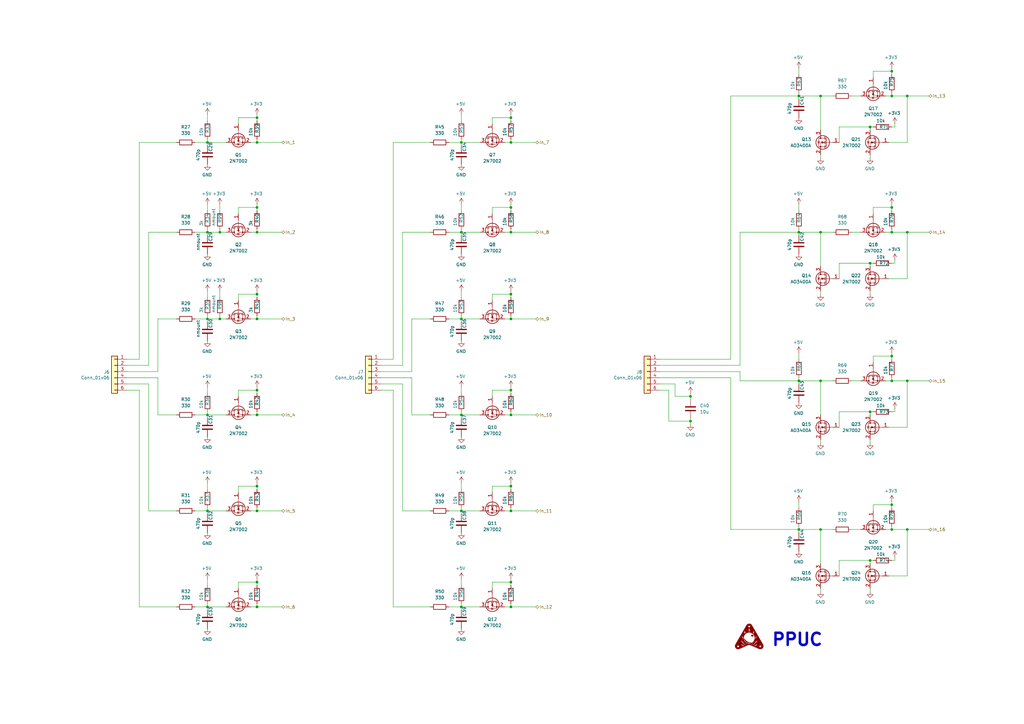
<source format=kicad_sch>
(kicad_sch (version 20211123) (generator eeschema)
  (paper "A3")
  (title_block (title "Inputs, Low Power Outputs") (date "2022-12-11") (rev "0.1"))
  (junction (at 105.41 170.18))
  (junction (at 356.87 229.87))
  (junction (at 209.55 58.42))
  (junction (at 336.55 95.25))
  (junction (at 356.87 107.95))
  (junction (at 336.55 39.37))
  (junction (at 209.55 248.92))
  (junction (at 189.23 95.25))
  (junction (at 209.55 120.65))
  (junction (at 372.11 39.37))
  (junction (at 90.17 95.25))
  (junction (at 105.41 120.65))
  (junction (at 85.09 248.92))
  (junction (at 85.09 130.81))
  (junction (at 327.66 95.25))
  (junction (at 105.41 199.39))
  (junction (at 209.55 130.81))
  (junction (at 372.11 217.17))
  (junction (at 336.55 156.21))
  (junction (at 365.76 207.01))
  (junction (at 105.41 160.02))
  (junction (at 189.23 209.55))
  (junction (at 105.41 248.92))
  (junction (at 189.23 130.81))
  (junction (at 209.55 238.76))
  (junction (at 356.87 168.91))
  (junction (at 372.11 95.25))
  (junction (at 105.41 85.09))
  (junction (at 336.55 217.17))
  (junction (at 85.09 170.18))
  (junction (at 365.76 29.21))
  (junction (at 372.11 156.21))
  (junction (at 365.76 39.37))
  (junction (at 209.55 85.09))
  (junction (at 105.41 95.25))
  (junction (at 365.76 156.21))
  (junction (at 189.23 248.92))
  (junction (at 85.09 95.25))
  (junction (at 327.66 156.21))
  (junction (at 85.09 209.55))
  (junction (at 105.41 58.42))
  (junction (at 365.76 217.17))
  (junction (at 327.66 217.17))
  (junction (at 105.41 130.81))
  (junction (at 283.21 172.72))
  (junction (at 365.76 85.09))
  (junction (at 209.55 170.18))
  (junction (at 209.55 160.02))
  (junction (at 85.09 58.42))
  (junction (at 365.76 146.05))
  (junction (at 105.41 48.26))
  (junction (at 365.76 95.25))
  (junction (at 90.17 130.81))
  (junction (at 189.23 170.18))
  (junction (at 283.21 162.56))
  (junction (at 209.55 209.55))
  (junction (at 209.55 48.26))
  (junction (at 105.41 209.55))
  (junction (at 105.41 238.76))
  (junction (at 356.87 52.07))
  (junction (at 327.66 39.37))
  (junction (at 209.55 95.25))
  (junction (at 189.23 58.42))
  (junction (at 209.55 199.39))
  (wire (pts (xy 189.23 129.54) (xy 189.23 130.81)))
  (wire (pts (xy 189.23 57.15) (xy 189.23 58.42)))
  (wire (pts (xy 303.53 95.25) (xy 303.53 149.86)))
  (wire (pts (xy 189.23 58.42) (xy 196.85 58.42)))
  (wire (pts (xy 327.66 95.25) (xy 336.55 95.25)))
  (wire (pts (xy 336.55 39.37) (xy 336.55 53.34)))
  (wire (pts (xy 344.17 168.91) (xy 344.17 175.26)))
  (wire (pts (xy 184.15 170.18) (xy 189.23 170.18)))
  (wire (pts (xy 344.17 52.07) (xy 344.17 58.42)))
  (wire (pts (xy 327.66 217.17) (xy 336.55 217.17)))
  (wire (pts (xy 365.76 52.07) (xy 367.03 52.07)))
  (wire (pts (xy 64.77 152.4) (xy 52.07 152.4)))
  (wire (pts (xy 336.55 241.3) (xy 336.55 242.57)))
  (wire (pts (xy 209.55 46.99) (xy 209.55 48.26)))
  (wire (pts (xy 105.41 158.75) (xy 105.41 160.02)))
  (wire (pts (xy 303.53 152.4) (xy 270.51 152.4)))
  (wire (pts (xy 356.87 168.91) (xy 356.87 170.18)))
  (wire (pts (xy 209.55 208.28) (xy 209.55 209.55)))
  (wire (pts (xy 356.87 107.95) (xy 356.87 109.22)))
  (wire (pts (xy 80.01 209.55) (xy 85.09 209.55)))
  (wire (pts (xy 168.91 154.94) (xy 156.21 154.94)))
  (wire (pts (xy 336.55 95.25) (xy 336.55 109.22)))
  (wire (pts (xy 189.23 168.91) (xy 189.23 170.18)))
  (wire (pts (xy 85.09 250.19) (xy 85.09 248.92)))
  (wire (pts (xy 303.53 95.25) (xy 327.66 95.25)))
  (wire (pts (xy 64.77 170.18) (xy 64.77 154.94)))
  (wire (pts (xy 85.09 57.15) (xy 85.09 58.42)))
  (wire (pts (xy 365.76 154.94) (xy 365.76 156.21)))
  (wire (pts (xy 105.41 247.65) (xy 105.41 248.92)))
  (wire (pts (xy 165.1 149.86) (xy 156.21 149.86)))
  (wire (pts (xy 356.87 52.07) (xy 356.87 53.34)))
  (wire (pts (xy 349.25 95.25) (xy 353.06 95.25)))
  (wire (pts (xy 209.55 58.42) (xy 219.71 58.42)))
  (wire (pts (xy 85.09 168.91) (xy 85.09 170.18)))
  (wire (pts (xy 105.41 168.91) (xy 105.41 170.18)))
  (wire (pts (xy 57.15 58.42) (xy 72.39 58.42)))
  (wire (pts (xy 168.91 170.18) (xy 168.91 154.94)))
  (wire (pts (xy 283.21 171.45) (xy 283.21 172.72)))
  (wire (pts (xy 299.72 147.32) (xy 270.51 147.32)))
  (wire (pts (xy 365.76 207.01) (xy 365.76 208.28)))
  (wire (pts (xy 189.23 170.18) (xy 196.85 170.18)))
  (wire (pts (xy 189.23 250.19) (xy 189.23 248.92)))
  (wire (pts (xy 365.76 95.25) (xy 372.11 95.25)))
  (wire (pts (xy 299.72 39.37) (xy 327.66 39.37)))
  (wire (pts (xy 209.55 129.54) (xy 209.55 130.81)))
  (wire (pts (xy 372.11 217.17) (xy 372.11 236.22)))
  (wire (pts (xy 365.76 107.95) (xy 367.03 107.95)))
  (wire (pts (xy 97.79 238.76) (xy 105.41 238.76)))
  (wire (pts (xy 209.55 209.55) (xy 219.71 209.55)))
  (wire (pts (xy 336.55 63.5) (xy 336.55 64.77)))
  (wire (pts (xy 105.41 57.15) (xy 105.41 58.42)))
  (wire (pts (xy 90.17 119.38) (xy 90.17 121.92)))
  (wire (pts (xy 209.55 130.81) (xy 219.71 130.81)))
  (wire (pts (xy 356.87 229.87) (xy 344.17 229.87)))
  (wire (pts (xy 209.55 238.76) (xy 209.55 240.03)))
  (wire (pts (xy 64.77 130.81) (xy 64.77 152.4)))
  (wire (pts (xy 60.96 149.86) (xy 52.07 149.86)))
  (wire (pts (xy 201.93 123.19) (xy 201.93 120.65)))
  (wire (pts (xy 80.01 58.42) (xy 85.09 58.42)))
  (wire (pts (xy 189.23 46.99) (xy 189.23 49.53)))
  (wire (pts (xy 209.55 48.26) (xy 209.55 49.53)))
  (wire (pts (xy 97.79 87.63) (xy 97.79 85.09)))
  (wire (pts (xy 189.23 247.65) (xy 189.23 248.92)))
  (wire (pts (xy 97.79 85.09) (xy 105.41 85.09)))
  (wire (pts (xy 356.87 119.38) (xy 356.87 120.65)))
  (wire (pts (xy 372.11 156.21) (xy 381 156.21)))
  (wire (pts (xy 189.23 83.82) (xy 189.23 86.36)))
  (wire (pts (xy 344.17 229.87) (xy 344.17 236.22)))
  (wire (pts (xy 327.66 38.1) (xy 327.66 39.37)))
  (wire (pts (xy 336.55 180.34) (xy 336.55 181.61)))
  (wire (pts (xy 349.25 217.17) (xy 353.06 217.17)))
  (wire (pts (xy 209.55 209.55) (xy 207.01 209.55)))
  (wire (pts (xy 367.03 229.87) (xy 367.03 228.6)))
  (wire (pts (xy 365.76 205.74) (xy 365.76 207.01)))
  (wire (pts (xy 367.03 168.91) (xy 367.03 167.64)))
  (wire (pts (xy 105.41 160.02) (xy 105.41 161.29)))
  (wire (pts (xy 97.79 120.65) (xy 105.41 120.65)))
  (wire (pts (xy 60.96 157.48) (xy 52.07 157.48)))
  (wire (pts (xy 365.76 95.25) (xy 363.22 95.25)))
  (wire (pts (xy 365.76 83.82) (xy 365.76 85.09)))
  (wire (pts (xy 209.55 93.98) (xy 209.55 95.25)))
  (wire (pts (xy 105.41 170.18) (xy 115.57 170.18)))
  (wire (pts (xy 358.14 207.01) (xy 365.76 207.01)))
  (wire (pts (xy 209.55 237.49) (xy 209.55 238.76)))
  (wire (pts (xy 283.21 161.29) (xy 283.21 162.56)))
  (wire (pts (xy 57.15 248.92) (xy 72.39 248.92)))
  (wire (pts (xy 358.14 29.21) (xy 365.76 29.21)))
  (wire (pts (xy 168.91 130.81) (xy 168.91 152.4)))
  (wire (pts (xy 365.76 215.9) (xy 365.76 217.17)))
  (wire (pts (xy 184.15 209.55) (xy 189.23 209.55)))
  (wire (pts (xy 184.15 130.81) (xy 189.23 130.81)))
  (wire (pts (xy 64.77 130.81) (xy 72.39 130.81)))
  (wire (pts (xy 97.79 241.3) (xy 97.79 238.76)))
  (wire (pts (xy 85.09 83.82) (xy 85.09 86.36)))
  (wire (pts (xy 201.93 85.09) (xy 209.55 85.09)))
  (wire (pts (xy 105.41 209.55) (xy 102.87 209.55)))
  (wire (pts (xy 105.41 120.65) (xy 105.41 121.92)))
  (wire (pts (xy 303.53 156.21) (xy 303.53 152.4)))
  (wire (pts (xy 365.76 144.78) (xy 365.76 146.05)))
  (wire (pts (xy 201.93 160.02) (xy 209.55 160.02)))
  (wire (pts (xy 189.23 95.25) (xy 196.85 95.25)))
  (wire (pts (xy 209.55 57.15) (xy 209.55 58.42)))
  (wire (pts (xy 97.79 199.39) (xy 105.41 199.39)))
  (wire (pts (xy 105.41 95.25) (xy 102.87 95.25)))
  (wire (pts (xy 201.93 120.65) (xy 209.55 120.65)))
  (wire (pts (xy 356.87 241.3) (xy 356.87 242.57)))
  (wire (pts (xy 365.76 93.98) (xy 365.76 95.25)))
  (wire (pts (xy 97.79 123.19) (xy 97.79 120.65)))
  (wire (pts (xy 97.79 160.02) (xy 105.41 160.02)))
  (wire (pts (xy 189.23 130.81) (xy 196.85 130.81)))
  (wire (pts (xy 336.55 39.37) (xy 341.63 39.37)))
  (wire (pts (xy 356.87 63.5) (xy 356.87 64.77)))
  (wire (pts (xy 358.14 87.63) (xy 358.14 85.09)))
  (wire (pts (xy 90.17 129.54) (xy 90.17 130.81)))
  (wire (pts (xy 209.55 198.12) (xy 209.55 199.39)))
  (wire (pts (xy 372.11 95.25) (xy 381 95.25)))
  (wire (pts (xy 367.03 107.95) (xy 367.03 106.68)))
  (wire (pts (xy 168.91 170.18) (xy 176.53 170.18)))
  (wire (pts (xy 372.11 156.21) (xy 372.11 175.26)))
  (wire (pts (xy 201.93 238.76) (xy 209.55 238.76)))
  (wire (pts (xy 189.23 248.92) (xy 196.85 248.92)))
  (wire (pts (xy 85.09 198.12) (xy 85.09 200.66)))
  (wire (pts (xy 276.86 162.56) (xy 283.21 162.56)))
  (wire (pts (xy 97.79 48.26) (xy 105.41 48.26)))
  (wire (pts (xy 365.76 38.1) (xy 365.76 39.37)))
  (wire (pts (xy 165.1 157.48) (xy 156.21 157.48)))
  (wire (pts (xy 365.76 156.21) (xy 372.11 156.21)))
  (wire (pts (xy 60.96 209.55) (xy 72.39 209.55)))
  (wire (pts (xy 85.09 95.25) (xy 90.17 95.25)))
  (wire (pts (xy 161.29 248.92) (xy 161.29 160.02)))
  (wire (pts (xy 90.17 93.98) (xy 90.17 95.25)))
  (wire (pts (xy 105.41 130.81) (xy 102.87 130.81)))
  (wire (pts (xy 209.55 85.09) (xy 209.55 86.36)))
  (wire (pts (xy 90.17 130.81) (xy 92.71 130.81)))
  (wire (pts (xy 85.09 132.08) (xy 85.09 130.81)))
  (wire (pts (xy 365.76 29.21) (xy 365.76 30.48)))
  (wire (pts (xy 64.77 154.94) (xy 52.07 154.94)))
  (wire (pts (xy 209.55 58.42) (xy 207.01 58.42)))
  (wire (pts (xy 60.96 209.55) (xy 60.96 157.48)))
  (wire (pts (xy 105.41 119.38) (xy 105.41 120.65)))
  (wire (pts (xy 336.55 119.38) (xy 336.55 120.65)))
  (wire (pts (xy 85.09 58.42) (xy 92.71 58.42)))
  (wire (pts (xy 105.41 248.92) (xy 102.87 248.92)))
  (wire (pts (xy 201.93 87.63) (xy 201.93 85.09)))
  (wire (pts (xy 80.01 95.25) (xy 85.09 95.25)))
  (wire (pts (xy 274.32 160.02) (xy 270.51 160.02)))
  (wire (pts (xy 209.55 130.81) (xy 207.01 130.81)))
  (wire (pts (xy 209.55 95.25) (xy 207.01 95.25)))
  (wire (pts (xy 85.09 171.45) (xy 85.09 170.18)))
  (wire (pts (xy 364.49 175.26) (xy 372.11 175.26)))
  (wire (pts (xy 365.76 217.17) (xy 363.22 217.17)))
  (wire (pts (xy 105.41 46.99) (xy 105.41 48.26)))
  (wire (pts (xy 365.76 39.37) (xy 363.22 39.37)))
  (wire (pts (xy 365.76 168.91) (xy 367.03 168.91)))
  (wire (pts (xy 283.21 172.72) (xy 283.21 173.99)))
  (wire (pts (xy 299.72 217.17) (xy 299.72 154.94)))
  (wire (pts (xy 336.55 95.25) (xy 341.63 95.25)))
  (wire (pts (xy 57.15 58.42) (xy 57.15 147.32)))
  (wire (pts (xy 105.41 130.81) (xy 115.57 130.81)))
  (wire (pts (xy 189.23 208.28) (xy 189.23 209.55)))
  (wire (pts (xy 168.91 130.81) (xy 176.53 130.81)))
  (wire (pts (xy 344.17 107.95) (xy 344.17 114.3)))
  (wire (pts (xy 327.66 205.74) (xy 327.66 208.28)))
  (wire (pts (xy 105.41 93.98) (xy 105.41 95.25)))
  (wire (pts (xy 327.66 144.78) (xy 327.66 147.32)))
  (wire (pts (xy 184.15 58.42) (xy 189.23 58.42)))
  (wire (pts (xy 165.1 209.55) (xy 165.1 157.48)))
  (wire (pts (xy 299.72 217.17) (xy 327.66 217.17)))
  (wire (pts (xy 303.53 156.21) (xy 327.66 156.21)))
  (wire (pts (xy 299.72 39.37) (xy 299.72 147.32)))
  (wire (pts (xy 85.09 130.81) (xy 90.17 130.81)))
  (wire (pts (xy 165.1 95.25) (xy 176.53 95.25)))
  (wire (pts (xy 184.15 95.25) (xy 189.23 95.25)))
  (wire (pts (xy 358.14 52.07) (xy 356.87 52.07)))
  (wire (pts (xy 327.66 218.44) (xy 327.66 217.17)))
  (wire (pts (xy 189.23 198.12) (xy 189.23 200.66)))
  (wire (pts (xy 189.23 132.08) (xy 189.23 130.81)))
  (wire (pts (xy 270.51 157.48) (xy 276.86 157.48)))
  (wire (pts (xy 85.09 96.52) (xy 85.09 95.25)))
  (wire (pts (xy 90.17 95.25) (xy 92.71 95.25)))
  (wire (pts (xy 209.55 199.39) (xy 209.55 200.66)))
  (wire (pts (xy 161.29 160.02) (xy 156.21 160.02)))
  (wire (pts (xy 57.15 160.02) (xy 52.07 160.02)))
  (wire (pts (xy 105.41 237.49) (xy 105.41 238.76)))
  (wire (pts (xy 189.23 209.55) (xy 196.85 209.55)))
  (wire (pts (xy 189.23 237.49) (xy 189.23 240.03)))
  (wire (pts (xy 209.55 248.92) (xy 207.01 248.92)))
  (wire (pts (xy 358.14 148.59) (xy 358.14 146.05)))
  (wire (pts (xy 327.66 96.52) (xy 327.66 95.25)))
  (wire (pts (xy 364.49 58.42) (xy 372.11 58.42)))
  (wire (pts (xy 356.87 180.34) (xy 356.87 181.61)))
  (wire (pts (xy 60.96 95.25) (xy 60.96 149.86)))
  (wire (pts (xy 358.14 229.87) (xy 356.87 229.87)))
  (wire (pts (xy 349.25 156.21) (xy 353.06 156.21)))
  (wire (pts (xy 283.21 162.56) (xy 283.21 163.83)))
  (wire (pts (xy 105.41 58.42) (xy 102.87 58.42)))
  (wire (pts (xy 209.55 95.25) (xy 219.71 95.25)))
  (wire (pts (xy 85.09 119.38) (xy 85.09 121.92)))
  (wire (pts (xy 327.66 27.94) (xy 327.66 30.48)))
  (wire (pts (xy 165.1 95.25) (xy 165.1 149.86)))
  (wire (pts (xy 201.93 201.93) (xy 201.93 199.39)))
  (wire (pts (xy 161.29 58.42) (xy 161.29 147.32)))
  (wire (pts (xy 283.21 172.72) (xy 274.32 172.72)))
  (wire (pts (xy 358.14 168.91) (xy 356.87 168.91)))
  (wire (pts (xy 209.55 248.92) (xy 219.71 248.92)))
  (wire (pts (xy 201.93 162.56) (xy 201.93 160.02)))
  (wire (pts (xy 209.55 247.65) (xy 209.55 248.92)))
  (wire (pts (xy 105.41 198.12) (xy 105.41 199.39)))
  (wire (pts (xy 209.55 83.82) (xy 209.55 85.09)))
  (wire (pts (xy 327.66 39.37) (xy 336.55 39.37)))
  (wire (pts (xy 327.66 40.64) (xy 327.66 39.37)))
  (wire (pts (xy 85.09 59.69) (xy 85.09 58.42)))
  (wire (pts (xy 364.49 236.22) (xy 372.11 236.22)))
  (wire (pts (xy 90.17 83.82) (xy 90.17 86.36)))
  (wire (pts (xy 97.79 162.56) (xy 97.79 160.02)))
  (wire (pts (xy 274.32 172.72) (xy 274.32 160.02)))
  (wire (pts (xy 327.66 156.21) (xy 336.55 156.21)))
  (wire (pts (xy 80.01 130.81) (xy 85.09 130.81)))
  (wire (pts (xy 303.53 149.86) (xy 270.51 149.86)))
  (wire (pts (xy 209.55 158.75) (xy 209.55 160.02)))
  (wire (pts (xy 189.23 59.69) (xy 189.23 58.42)))
  (wire (pts (xy 57.15 147.32) (xy 52.07 147.32)))
  (wire (pts (xy 161.29 58.42) (xy 176.53 58.42)))
  (wire (pts (xy 105.41 170.18) (xy 102.87 170.18)))
  (wire (pts (xy 105.41 238.76) (xy 105.41 240.03)))
  (wire (pts (xy 276.86 157.48) (xy 276.86 162.56)))
  (wire (pts (xy 358.14 85.09) (xy 365.76 85.09)))
  (wire (pts (xy 327.66 93.98) (xy 327.66 95.25)))
  (wire (pts (xy 336.55 217.17) (xy 341.63 217.17)))
  (wire (pts (xy 201.93 50.8) (xy 201.93 48.26)))
  (wire (pts (xy 57.15 248.92) (xy 57.15 160.02)))
  (wire (pts (xy 189.23 171.45) (xy 189.23 170.18)))
  (wire (pts (xy 105.41 48.26) (xy 105.41 49.53)))
  (wire (pts (xy 85.09 129.54) (xy 85.09 130.81)))
  (wire (pts (xy 372.11 95.25) (xy 372.11 114.3)))
  (wire (pts (xy 209.55 119.38) (xy 209.55 120.65)))
  (wire (pts (xy 356.87 229.87) (xy 356.87 231.14)))
  (wire (pts (xy 105.41 95.25) (xy 115.57 95.25)))
  (wire (pts (xy 349.25 39.37) (xy 353.06 39.37)))
  (wire (pts (xy 365.76 156.21) (xy 363.22 156.21)))
  (wire (pts (xy 80.01 248.92) (xy 85.09 248.92)))
  (wire (pts (xy 356.87 168.91) (xy 344.17 168.91)))
  (wire (pts (xy 356.87 52.07) (xy 344.17 52.07)))
  (wire (pts (xy 209.55 170.18) (xy 207.01 170.18)))
  (wire (pts (xy 201.93 199.39) (xy 209.55 199.39)))
  (wire (pts (xy 85.09 248.92) (xy 92.71 248.92)))
  (wire (pts (xy 201.93 241.3) (xy 201.93 238.76)))
  (wire (pts (xy 365.76 85.09) (xy 365.76 86.36)))
  (wire (pts (xy 372.11 39.37) (xy 381 39.37)))
  (wire (pts (xy 105.41 85.09) (xy 105.41 86.36)))
  (wire (pts (xy 105.41 83.82) (xy 105.41 85.09)))
  (wire (pts (xy 209.55 160.02) (xy 209.55 161.29)))
  (wire (pts (xy 85.09 210.82) (xy 85.09 209.55)))
  (wire (pts (xy 365.76 229.87) (xy 367.03 229.87)))
  (wire (pts (xy 161.29 248.92) (xy 176.53 248.92)))
  (wire (pts (xy 336.55 217.17) (xy 336.55 231.14)))
  (wire (pts (xy 372.11 39.37) (xy 372.11 58.42)))
  (wire (pts (xy 358.14 107.95) (xy 356.87 107.95)))
  (wire (pts (xy 189.23 96.52) (xy 189.23 95.25)))
  (wire (pts (xy 372.11 217.17) (xy 381 217.17)))
  (wire (pts (xy 189.23 210.82) (xy 189.23 209.55)))
  (wire (pts (xy 105.41 129.54) (xy 105.41 130.81)))
  (wire (pts (xy 165.1 209.55) (xy 176.53 209.55)))
  (wire (pts (xy 161.29 147.32) (xy 156.21 147.32)))
  (wire (pts (xy 97.79 50.8) (xy 97.79 48.26)))
  (wire (pts (xy 105.41 58.42) (xy 115.57 58.42)))
  (wire (pts (xy 358.14 31.75) (xy 358.14 29.21)))
  (wire (pts (xy 85.09 209.55) (xy 92.71 209.55)))
  (wire (pts (xy 365.76 39.37) (xy 372.11 39.37)))
  (wire (pts (xy 189.23 119.38) (xy 189.23 121.92)))
  (wire (pts (xy 327.66 157.48) (xy 327.66 156.21)))
  (wire (pts (xy 209.55 168.91) (xy 209.55 170.18)))
  (wire (pts (xy 85.09 93.98) (xy 85.09 95.25)))
  (wire (pts (xy 209.55 170.18) (xy 219.71 170.18)))
  (wire (pts (xy 85.09 158.75) (xy 85.09 161.29)))
  (wire (pts (xy 105.41 199.39) (xy 105.41 200.66)))
  (wire (pts (xy 358.14 146.05) (xy 365.76 146.05)))
  (wire (pts (xy 336.55 156.21) (xy 341.63 156.21)))
  (wire (pts (xy 356.87 107.95) (xy 344.17 107.95)))
  (wire (pts (xy 209.55 120.65) (xy 209.55 121.92)))
  (wire (pts (xy 60.96 95.25) (xy 72.39 95.25)))
  (wire (pts (xy 85.09 237.49) (xy 85.09 240.03)))
  (wire (pts (xy 189.23 93.98) (xy 189.23 95.25)))
  (wire (pts (xy 80.01 170.18) (xy 85.09 170.18)))
  (wire (pts (xy 327.66 215.9) (xy 327.66 217.17)))
  (wire (pts (xy 184.15 248.92) (xy 189.23 248.92)))
  (wire (pts (xy 64.77 170.18) (xy 72.39 170.18)))
  (wire (pts (xy 327.66 83.82) (xy 327.66 86.36)))
  (wire (pts (xy 365.76 217.17) (xy 372.11 217.17)))
  (wire (pts (xy 105.41 248.92) (xy 115.57 248.92)))
  (wire (pts (xy 168.91 152.4) (xy 156.21 152.4)))
  (wire (pts (xy 97.79 201.93) (xy 97.79 199.39)))
  (wire (pts (xy 336.55 156.21) (xy 336.55 170.18)))
  (wire (pts (xy 365.76 27.94) (xy 365.76 29.21)))
  (wire (pts (xy 85.09 46.99) (xy 85.09 49.53)))
  (wire (pts (xy 105.41 208.28) (xy 105.41 209.55)))
  (wire (pts (xy 299.72 154.94) (xy 270.51 154.94)))
  (wire (pts (xy 85.09 208.28) (xy 85.09 209.55)))
  (wire (pts (xy 367.03 52.07) (xy 367.03 50.8)))
  (wire (pts (xy 105.41 209.55) (xy 115.57 209.55)))
  (wire (pts (xy 365.76 146.05) (xy 365.76 147.32)))
  (wire (pts (xy 201.93 48.26) (xy 209.55 48.26)))
  (wire (pts (xy 327.66 154.94) (xy 327.66 156.21)))
  (wire (pts (xy 358.14 209.55) (xy 358.14 207.01)))
  (wire (pts (xy 189.23 158.75) (xy 189.23 161.29)))
  (wire (pts (xy 85.09 170.18) (xy 92.71 170.18)))
  (wire (pts (xy 85.09 247.65) (xy 85.09 248.92)))
  (wire (pts (xy 364.49 114.3) (xy 372.11 114.3)))
  (text "PPUC" (at 316.23 265.43 0) (effects (font (size 5 5) bold) (justify left bottom)))
  (hierarchical_label "In_15" (shape bidirectional) (at 381 156.21 0))
  (hierarchical_label "In_3" (shape bidirectional) (at 115.57 130.81 0))
  (hierarchical_label "In_16" (shape bidirectional) (at 381 217.17 0))
  (hierarchical_label "In_12" (shape bidirectional) (at 219.71 248.92 0))
  (hierarchical_label "In_11" (shape bidirectional) (at 219.71 209.55 0))
  (hierarchical_label "In_1" (shape bidirectional) (at 115.57 58.42 0))
  (hierarchical_label "In_4" (shape bidirectional) (at 115.57 170.18 0))
  (hierarchical_label "In_7" (shape bidirectional) (at 219.71 58.42 0))
  (hierarchical_label "In_14" (shape bidirectional) (at 381 95.25 0))
  (hierarchical_label "In_9" (shape bidirectional) (at 219.71 130.81 0))
  (hierarchical_label "In_6" (shape bidirectional) (at 115.57 248.92 0))
  (hierarchical_label "In_13" (shape bidirectional) (at 381 39.37 0))
  (hierarchical_label "In_5" (shape bidirectional) (at 115.57 209.55 0))
  (hierarchical_label "In_10" (shape bidirectional) (at 219.71 170.18 0))
  (hierarchical_label "In_8" (shape bidirectional) (at 219.71 95.25 0))
  (hierarchical_label "In_2" (shape bidirectional) (at 115.57 95.25 0))
  (symbol (lib_id "power:+5V") (at 327.66 144.78 0) (mirror y) (unit 1)
    (property "Reference" "#PWR0175" (effects hide))
    (property "Value" "+5V" (at 327.279 140.3858 0))
  )
  (symbol (lib_id "Device:C") (at 327.66 44.45 0) (mirror y) (unit 1)
    (property "Reference" "C41" (at 328.93 43.18 90) (effects (justify left)))
    (property "Value" "470p" (at 323.85 46.99 90) (effects (justify left)))
    (property "Footprint" "Capacitor_SMD:C_0603_1608Metric" (effects hide))
  )
  (symbol (lib_id "Device:C") (at 189.23 135.89 0) (mirror y) (unit 1)
    (property "Reference" "C36" (at 190.5 134.62 90) (effects (justify left)))
    (property "Value" "470p" (at 185.42 138.43 90) (effects (justify left)))
    (property "Footprint" "Capacitor_SMD:C_0603_1608Metric" (effects hide))
  )
  (symbol (lib_id "power:GND") (at 85.09 139.7 0) (mirror y) (unit 1)
    (property "Reference" "#PWR0197" (effects hide))
    (property "Value" "GND" (at 84.963 144.0942 0))
  )
  (symbol (lib_id "Transistor_FET:2N7002") (at 201.93 207.01 90) (mirror x) (unit 1)
    (property "Reference" "Q11" (at 201.93 214.63 90))
    (property "Value" "2N7002" (at 201.93 217.17 90))
    (property "Footprint" "Package_TO_SOT_SMD:SOT-23" (effects hide))
    (property "Datasheet" "https://www.onsemi.com/pub/Collateral/NDS7002A-D.PDF" (effects hide))
  )
  (symbol (lib_id "power:GND") (at 356.87 242.57 0) (mirror y) (unit 1)
    (property "Reference" "#PWR0181" (effects hide))
    (property "Value" "GND" (at 356.743 246.9642 0))
  )
  (symbol (lib_id "Connector_Generic:Conn_01x06") (at 151.13 152.4 0) (mirror y) (unit 1)
    (property "Reference" "J7" (at 149.098 152.6032 0) (effects (justify left)))
    (property "Value" "Conn_01x06" (at 149.098 154.9146 0) (effects (justify left)))
    (property "Footprint" "RTMPin_CAE:Terminal_Block_RTMPin" (effects hide))
  )
  (symbol (lib_id "Device:C") (at 283.21 167.64 0) (unit 1)
    (property "Reference" "C40" (at 287.02 166.3699 0) (effects (justify left)))
    (property "Value" "10u" (at 287.02 168.9099 0) (effects (justify left)))
    (property "Footprint" "Capacitor_SMD:C_0603_1608Metric" (effects hide))
  )
  (symbol (lib_id "Device:R") (at 209.55 204.47 0) (mirror y) (unit 1)
    (property "Reference" "R61" (at 209.55 205.74 90) (effects (justify left)))
    (property "Value" "10k" (at 207.01 207.01 90) (effects (justify left)))
    (property "Footprint" "Resistor_SMD:R_0603_1608Metric" (effects hide))
  )
  (symbol (lib_id "power:GND") (at 327.66 104.14 0) (mirror y) (unit 1)
    (property "Reference" "#PWR0173" (effects hide))
    (property "Value" "GND" (at 327.533 108.5342 0))
  )
  (symbol (lib_id "Device:R") (at 105.41 125.73 0) (mirror y) (unit 1)
    (property "Reference" "R41" (at 105.41 127 90) (effects (justify left)))
    (property "Value" "3k" (at 102.87 128.27 90) (effects (justify left)))
    (property "Footprint" "Resistor_SMD:R_0603_1608Metric" (effects hide))
  )
  (symbol (lib_id "Device:R") (at 209.55 53.34 0) (mirror y) (unit 1)
    (property "Reference" "R57" (at 209.55 54.61 90) (effects (justify left)))
    (property "Value" "10k" (at 207.01 55.88 90) (effects (justify left)))
    (property "Footprint" "Resistor_SMD:R_0603_1608Metric" (effects hide))
  )
  (symbol (lib_id "power:+5V") (at 85.09 237.49 0) (mirror y) (unit 1)
    (property "Reference" "#PWR0154" (effects hide))
    (property "Value" "+5V" (at 84.709 233.0958 0))
  )
  (symbol (lib_id "power:+3V3") (at 365.76 83.82 0) (mirror y) (unit 1)
    (property "Reference" "#PWR0191" (effects hide))
    (property "Value" "+3V3" (at 365.379 79.4258 0))
  )
  (symbol (lib_id "power:GND") (at 189.23 139.7 0) (mirror y) (unit 1)
    (property "Reference" "#PWR0206" (effects hide))
    (property "Value" "GND" (at 189.103 144.0942 0))
  )
  (symbol (lib_id "power:+3V3") (at 209.55 158.75 0) (mirror y) (unit 1)
    (property "Reference" "#PWR0165" (effects hide))
    (property "Value" "+3V3" (at 209.169 154.3558 0))
  )
  (symbol (lib_id "power:+5V") (at 327.66 27.94 0) (mirror y) (unit 1)
    (property "Reference" "#PWR0187" (effects hide))
    (property "Value" "+5V" (at 327.279 23.5458 0))
  )
  (symbol (lib_id "Device:R") (at 189.23 243.84 0) (mirror y) (unit 1)
    (property "Reference" "R56" (at 189.23 245.11 90) (effects (justify left)))
    (property "Value" "10k" (at 186.69 246.38 90) (effects (justify left)))
    (property "Footprint" "Resistor_SMD:R_0603_1608Metric" (effects hide))
  )
  (symbol (lib_id "power:+5V") (at 85.09 198.12 0) (mirror y) (unit 1)
    (property "Reference" "#PWR0170" (effects hide))
    (property "Value" "+5V" (at 84.709 193.7258 0))
  )
  (symbol (lib_id "Device:R") (at 90.17 125.73 0) (mirror y) (unit 1) (in_bom no)
    (property "Reference" "R98" (at 90.17 127 90) (effects (justify left)))
    (property "Value" "nmount" (at 87.63 128.27 90) (effects (justify left)))
    (property "Footprint" "Resistor_SMD:R_0603_1608Metric" (effects hide))
  )
  (symbol (lib_id "Transistor_FET:2N7002") (at 358.14 214.63 90) (mirror x) (unit 1)
    (property "Reference" "Q20" (at 358.14 222.25 90))
    (property "Value" "2N7002" (at 358.14 224.79 90))
    (property "Footprint" "Package_TO_SOT_SMD:SOT-23" (effects hide))
    (property "Datasheet" "https://www.onsemi.com/pub/Collateral/NDS7002A-D.PDF" (effects hide))
  )
  (symbol (lib_id "power:GND") (at 85.09 257.81 0) (mirror y) (unit 1)
    (property "Reference" "#PWR0153" (effects hide))
    (property "Value" "GND" (at 84.963 262.2042 0))
  )
  (symbol (lib_id "power:GND") (at 189.23 179.07 0) (mirror y) (unit 1)
    (property "Reference" "#PWR0164" (effects hide))
    (property "Value" "GND" (at 189.103 183.4642 0))
  )
  (symbol (lib_id "power:GND") (at 189.23 257.81 0) (mirror y) (unit 1)
    (property "Reference" "#PWR0158" (effects hide))
    (property "Value" "GND" (at 189.103 262.2042 0))
  )
  (symbol (lib_id "power:GND") (at 336.55 181.61 0) (mirror y) (unit 1)
    (property "Reference" "#PWR0196" (effects hide))
    (property "Value" "GND" (at 336.423 186.0042 0))
  )
  (symbol (lib_id "Device:R") (at 90.17 90.17 0) (mirror y) (unit 1) (in_bom no)
    (property "Reference" "R99" (at 90.17 91.44 90) (effects (justify left)))
    (property "Value" "nmount" (at 87.63 92.71 90) (effects (justify left)))
    (property "Footprint" "Resistor_SMD:R_0603_1608Metric" (effects hide))
  )
  (symbol (lib_id "Transistor_FET:2N7002") (at 97.79 246.38 90) (mirror x) (unit 1)
    (property "Reference" "Q6" (at 97.79 254 90))
    (property "Value" "2N7002" (at 97.79 256.54 90))
    (property "Footprint" "Package_TO_SOT_SMD:SOT-23" (effects hide))
    (property "Datasheet" "https://www.onsemi.com/pub/Collateral/NDS7002A-D.PDF" (effects hide))
  )
  (symbol (lib_id "power:+3V3") (at 365.76 27.94 0) (mirror y) (unit 1)
    (property "Reference" "#PWR0189" (effects hide))
    (property "Value" "+3V3" (at 365.379 23.5458 0))
  )
  (symbol (lib_id "power:+5V") (at 189.23 46.99 0) (mirror y) (unit 1)
    (property "Reference" "#PWR0205" (effects hide))
    (property "Value" "+5V" (at 188.849 42.5958 0))
  )
  (symbol (lib_id "Transistor_FET:2N7002") (at 201.93 246.38 90) (mirror x) (unit 1)
    (property "Reference" "Q12" (at 201.93 254 90))
    (property "Value" "2N7002" (at 201.93 256.54 90))
    (property "Footprint" "Package_TO_SOT_SMD:SOT-23" (effects hide))
    (property "Datasheet" "https://www.onsemi.com/pub/Collateral/NDS7002A-D.PDF" (effects hide))
  )
  (symbol (lib_id "Device:R") (at 76.2 58.42 90) (unit 1)
    (property "Reference" "R27" (at 76.2 52.07 90))
    (property "Value" "330" (at 76.2 54.61 90))
    (property "Footprint" "Resistor_SMD:R_0603_1608Metric" (effects hide))
  )
  (symbol (lib_id "Device:R") (at 180.34 95.25 90) (unit 1)
    (property "Reference" "R46" (at 180.34 88.9 90))
    (property "Value" "330" (at 180.34 91.44 90))
    (property "Footprint" "Resistor_SMD:R_0603_1608Metric" (effects hide))
  )
  (symbol (lib_id "power:+3V3") (at 105.41 158.75 0) (mirror y) (unit 1)
    (property "Reference" "#PWR0167" (effects hide))
    (property "Value" "+3V3" (at 105.029 154.3558 0))
  )
  (symbol (lib_id "Device:R") (at 85.09 243.84 0) (mirror y) (unit 1)
    (property "Reference" "R38" (at 85.09 245.11 90) (effects (justify left)))
    (property "Value" "10k" (at 82.55 246.38 90) (effects (justify left)))
    (property "Footprint" "Resistor_SMD:R_0603_1608Metric" (effects hide))
  )
  (symbol (lib_id "power:GND") (at 356.87 120.65 0) (mirror y) (unit 1)
    (property "Reference" "#PWR0171" (effects hide))
    (property "Value" "GND" (at 356.743 125.0442 0))
  )
  (symbol (lib_id "Transistor_FET:2N7002") (at 359.41 175.26 0) (mirror y) (unit 1)
    (property "Reference" "Q23" (at 353.06 173.9899 0) (effects (justify left)))
    (property "Value" "2N7002" (at 353.06 176.5299 0) (effects (justify left)))
    (property "Footprint" "Package_TO_SOT_SMD:SOT-23" (effects hide))
    (property "Datasheet" "https://www.onsemi.com/pub/Collateral/NDS7002A-D.PDF" (effects hide))
  )
  (symbol (lib_id "Device:R") (at 189.23 165.1 0) (mirror y) (unit 1)
    (property "Reference" "R54" (at 189.23 166.37 90) (effects (justify left)))
    (property "Value" "10k" (at 186.69 167.64 90) (effects (justify left)))
    (property "Footprint" "Resistor_SMD:R_0603_1608Metric" (effects hide))
  )
  (symbol (lib_id "power:+3V3") (at 209.55 237.49 0) (mirror y) (unit 1)
    (property "Reference" "#PWR0157" (effects hide))
    (property "Value" "+3V3" (at 209.169 233.0958 0))
  )
  (symbol (lib_id "power:GND") (at 85.09 218.44 0) (mirror y) (unit 1)
    (property "Reference" "#PWR0155" (effects hide))
    (property "Value" "GND" (at 84.963 222.8342 0))
  )
  (symbol (lib_id "Device:R") (at 365.76 151.13 0) (mirror y) (unit 1)
    (property "Reference" "R77" (at 365.76 152.4 90) (effects (justify left)))
    (property "Value" "10k" (at 363.22 153.67 90) (effects (justify left)))
    (property "Footprint" "Resistor_SMD:R_0603_1608Metric" (effects hide))
  )
  (symbol (lib_id "power:+5V") (at 189.23 237.49 0) (mirror y) (unit 1)
    (property "Reference" "#PWR0159" (effects hide))
    (property "Value" "+5V" (at 188.849 233.0958 0))
  )
  (symbol (lib_id "Device:R") (at 76.2 95.25 90) (unit 1)
    (property "Reference" "R28" (at 76.2 88.9 90))
    (property "Value" "330" (at 76.2 91.44 90))
    (property "Footprint" "Resistor_SMD:R_0603_1608Metric" (effects hide))
  )
  (symbol (lib_id "Transistor_FET:2N7002") (at 359.41 58.42 0) (mirror y) (unit 1)
    (property "Reference" "Q21" (at 353.06 57.1499 0) (effects (justify left)))
    (property "Value" "2N7002" (at 353.06 59.6899 0) (effects (justify left)))
    (property "Footprint" "Package_TO_SOT_SMD:SOT-23" (effects hide))
    (property "Datasheet" "https://www.onsemi.com/pub/Collateral/NDS7002A-D.PDF" (effects hide))
  )
  (symbol (lib_id "power:+5V") (at 85.09 119.38 0) (mirror y) (unit 1)
    (property "Reference" "#PWR0200" (effects hide))
    (property "Value" "+5V" (at 84.709 114.9858 0))
  )
  (symbol (lib_id "power:+3V3") (at 367.03 50.8 0) (mirror y) (unit 1)
    (property "Reference" "#PWR0188" (effects hide))
    (property "Value" "+3V3" (at 366.649 46.4058 0))
  )
  (symbol (lib_id "Device:C") (at 189.23 100.33 0) (mirror y) (unit 1)
    (property "Reference" "C35" (at 190.5 99.06 90) (effects (justify left)))
    (property "Value" "470p" (at 185.42 102.87 90) (effects (justify left)))
    (property "Footprint" "Capacitor_SMD:C_0603_1608Metric" (effects hide))
  )
  (symbol (lib_id "Device:R") (at 361.95 52.07 270) (mirror x) (unit 1)
    (property "Reference" "R71" (at 360.68 52.07 90) (effects (justify left)))
    (property "Value" "10k" (at 359.41 49.53 90) (effects (justify left)))
    (property "Footprint" "Resistor_SMD:R_0603_1608Metric" (effects hide))
  )
  (symbol (lib_id "Device:R") (at 345.44 217.17 90) (unit 1)
    (property "Reference" "R70" (at 345.44 210.82 90))
    (property "Value" "330" (at 345.44 213.36 90))
    (property "Footprint" "Resistor_SMD:R_0603_1608Metric" (effects hide))
  )
  (symbol (lib_id "Transistor_FET:AO3400A") (at 339.09 236.22 0) (mirror y) (unit 1)
    (property "Reference" "Q16" (at 332.74 234.9499 0) (effects (justify left)))
    (property "Value" "AO3400A" (at 332.74 237.4899 0) (effects (justify left)))
    (property "Footprint" "Package_TO_SOT_SMD:SOT-23" (effects hide))
    (property "Datasheet" "http://www.aosmd.com/pdfs/datasheet/AO3400A.pdf" (effects hide))
  )
  (symbol (lib_id "Device:R") (at 209.55 125.73 0) (mirror y) (unit 1)
    (property "Reference" "R59" (at 209.55 127 90) (effects (justify left)))
    (property "Value" "10k" (at 207.01 128.27 90) (effects (justify left)))
    (property "Footprint" "Resistor_SMD:R_0603_1608Metric" (effects hide))
  )
  (symbol (lib_id "power:+3V3") (at 209.55 198.12 0) (mirror y) (unit 1)
    (property "Reference" "#PWR0161" (effects hide))
    (property "Value" "+3V3" (at 209.169 193.7258 0))
  )
  (symbol (lib_id "power:GND") (at 189.23 218.44 0) (mirror y) (unit 1)
    (property "Reference" "#PWR0160" (effects hide))
    (property "Value" "GND" (at 189.103 222.8342 0))
  )
  (symbol (lib_id "Device:R") (at 85.09 165.1 0) (mirror y) (unit 1)
    (property "Reference" "R36" (at 85.09 166.37 90) (effects (justify left)))
    (property "Value" "10k" (at 82.55 167.64 90) (effects (justify left)))
    (property "Footprint" "Resistor_SMD:R_0603_1608Metric" (effects hide))
  )
  (symbol (lib_id "power:+3V3") (at 105.41 46.99 0) (mirror y) (unit 1)
    (property "Reference" "#PWR0209" (effects hide))
    (property "Value" "+3V3" (at 105.029 42.5958 0))
  )
  (symbol (lib_id "power:GND") (at 327.66 226.06 0) (mirror y) (unit 1)
    (property "Reference" "#PWR0178" (effects hide))
    (property "Value" "GND" (at 327.533 230.4542 0))
  )
  (symbol (lib_id "Transistor_FET:2N7002") (at 358.14 36.83 90) (mirror x) (unit 1)
    (property "Reference" "Q17" (at 358.14 44.45 90))
    (property "Value" "2N7002" (at 358.14 46.99 90))
    (property "Footprint" "Package_TO_SOT_SMD:SOT-23" (effects hide))
    (property "Datasheet" "https://www.onsemi.com/pub/Collateral/NDS7002A-D.PDF" (effects hide))
  )
  (symbol (lib_id "Device:C") (at 189.23 214.63 0) (mirror y) (unit 1)
    (property "Reference" "C38" (at 190.5 213.36 90) (effects (justify left)))
    (property "Value" "470p" (at 185.42 217.17 90) (effects (justify left)))
    (property "Footprint" "Capacitor_SMD:C_0603_1608Metric" (effects hide))
  )
  (symbol (lib_id "power:+3V3") (at 367.03 167.64 0) (mirror y) (unit 1)
    (property "Reference" "#PWR0195" (effects hide))
    (property "Value" "+3V3" (at 366.649 163.2458 0))
  )
  (symbol (lib_id "Device:R") (at 180.34 248.92 90) (unit 1)
    (property "Reference" "R50" (at 180.34 242.57 90))
    (property "Value" "330" (at 180.34 245.11 90))
    (property "Footprint" "Resistor_SMD:R_0603_1608Metric" (effects hide))
  )
  (symbol (lib_id "Device:R") (at 85.09 90.17 0) (mirror y) (unit 1)
    (property "Reference" "R34" (at 85.09 91.44 90) (effects (justify left)))
    (property "Value" "3k" (at 82.55 92.71 90) (effects (justify left)))
    (property "Footprint" "Resistor_SMD:R_0603_1608Metric" (effects hide))
  )
  (symbol (lib_id "Device:R") (at 189.23 53.34 0) (mirror y) (unit 1)
    (property "Reference" "R51" (at 189.23 54.61 90) (effects (justify left)))
    (property "Value" "10k" (at 186.69 55.88 90) (effects (justify left)))
    (property "Footprint" "Resistor_SMD:R_0603_1608Metric" (effects hide))
  )
  (symbol (lib_id "power:+5V") (at 327.66 83.82 0) (mirror y) (unit 1)
    (property "Reference" "#PWR0176" (effects hide))
    (property "Value" "+5V" (at 327.279 79.4258 0))
  )
  (symbol (lib_id "power:+5V") (at 189.23 158.75 0) (mirror y) (unit 1)
    (property "Reference" "#PWR0162" (effects hide))
    (property "Value" "+5V" (at 188.849 154.3558 0))
  )
  (symbol (lib_id "Device:R") (at 189.23 90.17 0) (mirror y) (unit 1)
    (property "Reference" "R52" (at 189.23 91.44 90) (effects (justify left)))
    (property "Value" "10k" (at 186.69 92.71 90) (effects (justify left)))
    (property "Footprint" "Resistor_SMD:R_0603_1608Metric" (effects hide))
  )
  (symbol (lib_id "Device:C") (at 85.09 100.33 0) (mirror y) (unit 1) (in_bom no)
    (property "Reference" "C29" (at 86.36 99.06 90) (effects (justify left)))
    (property "Value" "nmount" (at 81.28 102.87 90) (effects (justify left)))
    (property "Footprint" "Capacitor_SMD:C_0603_1608Metric" (effects hide))
  )
  (symbol (lib_id "power:+3V3") (at 209.55 119.38 0) (mirror y) (unit 1)
    (property "Reference" "#PWR0213" (effects hide))
    (property "Value" "+3V3" (at 209.169 114.9858 0))
  )
  (symbol (lib_id "Device:R") (at 327.66 34.29 0) (mirror y) (unit 1)
    (property "Reference" "R63" (at 327.66 35.56 90) (effects (justify left)))
    (property "Value" "10k" (at 325.12 36.83 90) (effects (justify left)))
    (property "Footprint" "Resistor_SMD:R_0603_1608Metric" (effects hide))
  )
  (symbol (lib_id "Connector_Generic:Conn_01x06") (at 265.43 152.4 0) (mirror y) (unit 1)
    (property "Reference" "J8" (at 263.398 152.6032 0) (effects (justify left)))
    (property "Value" "Conn_01x06" (at 263.398 154.9146 0) (effects (justify left)))
    (property "Footprint" "RTMPin_CAE:Terminal_Block_RTMPin" (effects hide))
  )
  (symbol (lib_id "power:+3V3") (at 105.41 83.82 0) (mirror y) (unit 1)
    (property "Reference" "#PWR0210" (effects hide))
    (property "Value" "+3V3" (at 105.029 79.4258 0))
  )
  (symbol (lib_id "Device:C") (at 327.66 161.29 0) (mirror y) (unit 1)
    (property "Reference" "C43" (at 328.93 160.02 90) (effects (justify left)))
    (property "Value" "470p" (at 323.85 163.83 90) (effects (justify left)))
    (property "Footprint" "Capacitor_SMD:C_0603_1608Metric" (effects hide))
  )
  (symbol (lib_id "Device:C") (at 85.09 63.5 0) (mirror y) (unit 1)
    (property "Reference" "C28" (at 86.36 62.23 90) (effects (justify left)))
    (property "Value" "470p" (at 81.28 66.04 90) (effects (justify left)))
    (property "Footprint" "Capacitor_SMD:C_0603_1608Metric" (effects hide))
  )
  (symbol (lib_id "power:+5V") (at 85.09 46.99 0) (mirror y) (unit 1)
    (property "Reference" "#PWR0207" (effects hide))
    (property "Value" "+5V" (at 84.709 42.5958 0))
  )
  (symbol (lib_id "Transistor_FET:2N7002") (at 201.93 55.88 90) (mirror x) (unit 1)
    (property "Reference" "Q7" (at 201.93 63.5 90))
    (property "Value" "2N7002" (at 201.93 66.04 90))
    (property "Footprint" "Package_TO_SOT_SMD:SOT-23" (effects hide))
    (property "Datasheet" "https://www.onsemi.com/pub/Collateral/NDS7002A-D.PDF" (effects hide))
  )
  (symbol (lib_id "Transistor_FET:2N7002") (at 359.41 236.22 0) (mirror y) (unit 1)
    (property "Reference" "Q24" (at 353.06 234.9499 0) (effects (justify left)))
    (property "Value" "2N7002" (at 353.06 237.4899 0) (effects (justify left)))
    (property "Footprint" "Package_TO_SOT_SMD:SOT-23" (effects hide))
    (property "Datasheet" "https://www.onsemi.com/pub/Collateral/NDS7002A-D.PDF" (effects hide))
  )
  (symbol (lib_id "Transistor_FET:2N7002") (at 359.41 114.3 0) (mirror y) (unit 1)
    (property "Reference" "Q22" (at 353.06 113.0299 0) (effects (justify left)))
    (property "Value" "2N7002" (at 353.06 115.5699 0) (effects (justify left)))
    (property "Footprint" "Package_TO_SOT_SMD:SOT-23" (effects hide))
    (property "Datasheet" "https://www.onsemi.com/pub/Collateral/NDS7002A-D.PDF" (effects hide))
  )
  (symbol (lib_id "power:GND") (at 356.87 64.77 0) (mirror y) (unit 1)
    (property "Reference" "#PWR0192" (effects hide))
    (property "Value" "GND" (at 356.743 69.1642 0))
  )
  (symbol (lib_id "Transistor_FET:AO3400A") (at 339.09 114.3 0) (mirror y) (unit 1)
    (property "Reference" "Q14" (at 332.74 113.0299 0) (effects (justify left)))
    (property "Value" "AO3400A" (at 332.74 115.5699 0) (effects (justify left)))
    (property "Footprint" "Package_TO_SOT_SMD:SOT-23" (effects hide))
    (property "Datasheet" "http://www.aosmd.com/pdfs/datasheet/AO3400A.pdf" (effects hide))
  )
  (symbol (lib_id "Transistor_FET:2N7002") (at 201.93 167.64 90) (mirror x) (unit 1)
    (property "Reference" "Q10" (at 201.93 175.26 90))
    (property "Value" "2N7002" (at 201.93 177.8 90))
    (property "Footprint" "Package_TO_SOT_SMD:SOT-23" (effects hide))
    (property "Datasheet" "https://www.onsemi.com/pub/Collateral/NDS7002A-D.PDF" (effects hide))
  )
  (symbol (lib_id "power:GND") (at 85.09 67.31 0) (mirror y) (unit 1)
    (property "Reference" "#PWR0208" (effects hide))
    (property "Value" "GND" (at 84.963 71.7042 0))
  )
  (symbol (lib_id "Transistor_FET:2N7002") (at 97.79 92.71 90) (mirror x) (unit 1)
    (property "Reference" "Q2" (at 97.79 100.33 90))
    (property "Value" "2N7002" (at 97.79 102.87 90))
    (property "Footprint" "Package_TO_SOT_SMD:SOT-23" (effects hide))
    (property "Datasheet" "https://www.onsemi.com/pub/Collateral/NDS7002A-D.PDF" (effects hide))
  )
  (symbol (lib_id "Device:R") (at 105.41 165.1 0) (mirror y) (unit 1)
    (property "Reference" "R42" (at 105.41 166.37 90) (effects (justify left)))
    (property "Value" "10k" (at 102.87 167.64 90) (effects (justify left)))
    (property "Footprint" "Resistor_SMD:R_0603_1608Metric" (effects hide))
  )
  (symbol (lib_id "Device:R") (at 209.55 165.1 0) (mirror y) (unit 1)
    (property "Reference" "R60" (at 209.55 166.37 90) (effects (justify left)))
    (property "Value" "10k" (at 207.01 167.64 90) (effects (justify left)))
    (property "Footprint" "Resistor_SMD:R_0603_1608Metric" (effects hide))
  )
  (symbol (lib_id "Device:R") (at 365.76 34.29 0) (mirror y) (unit 1)
    (property "Reference" "R75" (at 365.76 35.56 90) (effects (justify left)))
    (property "Value" "10k" (at 363.22 36.83 90) (effects (justify left)))
    (property "Footprint" "Resistor_SMD:R_0603_1608Metric" (effects hide))
  )
  (symbol (lib_id "Device:R") (at 180.34 58.42 90) (unit 1)
    (property "Reference" "R45" (at 180.34 52.07 90))
    (property "Value" "330" (at 180.34 54.61 90))
    (property "Footprint" "Resistor_SMD:R_0603_1608Metric" (effects hide))
  )
  (symbol (lib_id "power:+5V") (at 85.09 83.82 0) (mirror y) (unit 1)
    (property "Reference" "#PWR0211" (effects hide))
    (property "Value" "+5V" (at 84.709 79.4258 0))
  )
  (symbol (lib_id "Device:R") (at 105.41 204.47 0) (mirror y) (unit 1)
    (property "Reference" "R43" (at 105.41 205.74 90) (effects (justify left)))
    (property "Value" "10k" (at 102.87 207.01 90) (effects (justify left)))
    (property "Footprint" "Resistor_SMD:R_0603_1608Metric" (effects hide))
  )
  (symbol (lib_id "power:GND") (at 336.55 242.57 0) (mirror y) (unit 1)
    (property "Reference" "#PWR0179" (effects hide))
    (property "Value" "GND" (at 336.423 246.9642 0))
  )
  (symbol (lib_id "Device:C") (at 189.23 175.26 0) (mirror y) (unit 1)
    (property "Reference" "C37" (at 190.5 173.99 90) (effects (justify left)))
    (property "Value" "470p" (at 185.42 177.8 90) (effects (justify left)))
    (property "Footprint" "Capacitor_SMD:C_0603_1608Metric" (effects hide))
  )
  (symbol (lib_id "Device:R") (at 189.23 125.73 0) (mirror y) (unit 1)
    (property "Reference" "R53" (at 189.23 127 90) (effects (justify left)))
    (property "Value" "10k" (at 186.69 128.27 90) (effects (justify left)))
    (property "Footprint" "Resistor_SMD:R_0603_1608Metric" (effects hide))
  )
  (symbol (lib_id "Transistor_FET:AO3400A") (at 339.09 58.42 0) (mirror y) (unit 1)
    (property "Reference" "Q13" (at 332.74 57.1499 0) (effects (justify left)))
    (property "Value" "AO3400A" (at 332.74 59.6899 0) (effects (justify left)))
    (property "Footprint" "Package_TO_SOT_SMD:SOT-23" (effects hide))
    (property "Datasheet" "http://www.aosmd.com/pdfs/datasheet/AO3400A.pdf" (effects hide))
  )
  (symbol (lib_id "Device:R") (at 327.66 151.13 0) (mirror y) (unit 1)
    (property "Reference" "R65" (at 327.66 152.4 90) (effects (justify left)))
    (property "Value" "10k" (at 325.12 153.67 90) (effects (justify left)))
    (property "Footprint" "Resistor_SMD:R_0603_1608Metric" (effects hide))
  )
  (symbol (lib_id "Transistor_FET:2N7002") (at 201.93 128.27 90) (mirror x) (unit 1)
    (property "Reference" "Q9" (at 201.93 135.89 90))
    (property "Value" "2N7002" (at 201.93 138.43 90))
    (property "Footprint" "Package_TO_SOT_SMD:SOT-23" (effects hide))
    (property "Datasheet" "https://www.onsemi.com/pub/Collateral/NDS7002A-D.PDF" (effects hide))
  )
  (symbol (lib_id "Device:R") (at 105.41 90.17 0) (mirror y) (unit 1)
    (property "Reference" "R40" (at 105.41 91.44 90) (effects (justify left)))
    (property "Value" "3k" (at 102.87 92.71 90) (effects (justify left)))
    (property "Footprint" "Resistor_SMD:R_0603_1608Metric" (effects hide))
  )
  (symbol (lib_id "Device:R") (at 365.76 90.17 0) (mirror y) (unit 1)
    (property "Reference" "R76" (at 365.76 91.44 90) (effects (justify left)))
    (property "Value" "10k" (at 363.22 92.71 90) (effects (justify left)))
    (property "Footprint" "Resistor_SMD:R_0603_1608Metric" (effects hide))
  )
  (symbol (lib_id "Device:R") (at 105.41 53.34 0) (mirror y) (unit 1)
    (property "Reference" "R39" (at 105.41 54.61 90) (effects (justify left)))
    (property "Value" "10k" (at 102.87 55.88 90) (effects (justify left)))
    (property "Footprint" "Resistor_SMD:R_0603_1608Metric" (effects hide))
  )
  (symbol (lib_id "Device:R") (at 76.2 209.55 90) (unit 1)
    (property "Reference" "R31" (at 76.2 203.2 90))
    (property "Value" "330" (at 76.2 205.74 90))
    (property "Footprint" "Resistor_SMD:R_0603_1608Metric" (effects hide))
  )
  (symbol (lib_id "Device:R") (at 189.23 204.47 0) (mirror y) (unit 1)
    (property "Reference" "R55" (at 189.23 205.74 90) (effects (justify left)))
    (property "Value" "10k" (at 186.69 207.01 90) (effects (justify left)))
    (property "Footprint" "Resistor_SMD:R_0603_1608Metric" (effects hide))
  )
  (symbol (lib_id "Device:R") (at 209.55 90.17 0) (mirror y) (unit 1)
    (property "Reference" "R58" (at 209.55 91.44 90) (effects (justify left)))
    (property "Value" "10k" (at 207.01 92.71 90) (effects (justify left)))
    (property "Footprint" "Resistor_SMD:R_0603_1608Metric" (effects hide))
  )
  (symbol (lib_id "Device:R") (at 327.66 212.09 0) (mirror y) (unit 1)
    (property "Reference" "R66" (at 327.66 213.36 90) (effects (justify left)))
    (property "Value" "10k" (at 325.12 214.63 90) (effects (justify left)))
    (property "Footprint" "Resistor_SMD:R_0603_1608Metric" (effects hide))
  )
  (symbol (lib_id "Device:R") (at 361.95 168.91 270) (mirror x) (unit 1)
    (property "Reference" "R73" (at 360.68 168.91 90) (effects (justify left)))
    (property "Value" "10k" (at 359.41 166.37 90) (effects (justify left)))
    (property "Footprint" "Resistor_SMD:R_0603_1608Metric" (effects hide))
  )
  (symbol (lib_id "Device:R") (at 180.34 130.81 90) (unit 1)
    (property "Reference" "R47" (at 180.34 124.46 90))
    (property "Value" "330" (at 180.34 127 90))
    (property "Footprint" "Resistor_SMD:R_0603_1608Metric" (effects hide))
  )
  (symbol (lib_id "Device:R") (at 345.44 156.21 90) (unit 1)
    (property "Reference" "R69" (at 345.44 149.86 90))
    (property "Value" "330" (at 345.44 152.4 90))
    (property "Footprint" "Resistor_SMD:R_0603_1608Metric" (effects hide))
  )
  (symbol (lib_id "power:+3V3") (at 105.41 237.49 0) (mirror y) (unit 1)
    (property "Reference" "#PWR0156" (effects hide))
    (property "Value" "+3V3" (at 105.029 233.0958 0))
  )
  (symbol (lib_id "Device:R") (at 361.95 107.95 270) (mirror x) (unit 1)
    (property "Reference" "R72" (at 360.68 107.95 90) (effects (justify left)))
    (property "Value" "10k" (at 359.41 105.41 90) (effects (justify left)))
    (property "Footprint" "Resistor_SMD:R_0603_1608Metric" (effects hide))
  )
  (symbol (lib_id "Transistor_FET:2N7002") (at 97.79 167.64 90) (mirror x) (unit 1)
    (property "Reference" "Q4" (at 97.79 175.26 90))
    (property "Value" "2N7002" (at 97.79 177.8 90))
    (property "Footprint" "Package_TO_SOT_SMD:SOT-23" (effects hide))
    (property "Datasheet" "https://www.onsemi.com/pub/Collateral/NDS7002A-D.PDF" (effects hide))
  )
  (symbol (lib_id "Connector_Generic:Conn_01x06") (at 46.99 152.4 0) (mirror y) (unit 1)
    (property "Reference" "J6" (at 44.958 152.6032 0) (effects (justify left)))
    (property "Value" "Conn_01x06" (at 44.958 154.9146 0) (effects (justify left)))
    (property "Footprint" "RTMPin_CAE:Terminal_Block_RTMPin" (effects hide))
  )
  (symbol (lib_id "power:GND") (at 336.55 120.65 0) (mirror y) (unit 1)
    (property "Reference" "#PWR0174" (effects hide))
    (property "Value" "GND" (at 336.423 125.0442 0))
  )
  (symbol (lib_id "power:+3V3") (at 367.03 106.68 0) (mirror y) (unit 1)
    (property "Reference" "#PWR0190" (effects hide))
    (property "Value" "+3V3" (at 366.649 102.2858 0))
  )
  (symbol (lib_id "power:GND") (at 189.23 67.31 0) (mirror y) (unit 1)
    (property "Reference" "#PWR0202" (effects hide))
    (property "Value" "GND" (at 189.103 71.7042 0))
  )
  (symbol (lib_id "Device:R") (at 105.41 243.84 0) (mirror y) (unit 1)
    (property "Reference" "R44" (at 105.41 245.11 90) (effects (justify left)))
    (property "Value" "10k" (at 102.87 246.38 90) (effects (justify left)))
    (property "Footprint" "Resistor_SMD:R_0603_1608Metric" (effects hide))
  )
  (symbol (lib_id "power:+3V3") (at 209.55 83.82 0) (mirror y) (unit 1)
    (property "Reference" "#PWR0201" (effects hide))
    (property "Value" "+3V3" (at 209.169 79.4258 0))
  )
  (symbol (lib_id "Device:R") (at 365.76 212.09 0) (mirror y) (unit 1)
    (property "Reference" "R78" (at 365.76 213.36 90) (effects (justify left)))
    (property "Value" "10k" (at 363.22 214.63 90) (effects (justify left)))
    (property "Footprint" "Resistor_SMD:R_0603_1608Metric" (effects hide))
  )
  (symbol (lib_id "power:+3V3") (at 105.41 119.38 0) (mirror y) (unit 1)
    (property "Reference" "#PWR0199" (effects hide))
    (property "Value" "+3V3" (at 105.029 114.9858 0))
  )
  (symbol (lib_id "Device:C") (at 85.09 214.63 0) (mirror y) (unit 1)
    (property "Reference" "C32" (at 86.36 213.36 90) (effects (justify left)))
    (property "Value" "470p" (at 81.28 217.17 90) (effects (justify left)))
    (property "Footprint" "Capacitor_SMD:C_0603_1608Metric" (effects hide))
  )
  (symbol (lib_id "power:+3V3") (at 365.76 144.78 0) (mirror y) (unit 1)
    (property "Reference" "#PWR0172" (effects hide))
    (property "Value" "+3V3" (at 365.379 140.3858 0))
  )
  (symbol (lib_id "Device:R") (at 76.2 130.81 90) (unit 1)
    (property "Reference" "R29" (at 76.2 124.46 90))
    (property "Value" "330" (at 76.2 127 90))
    (property "Footprint" "Resistor_SMD:R_0603_1608Metric" (effects hide))
  )
  (symbol (lib_id "power:+5V") (at 189.23 198.12 0) (mirror y) (unit 1)
    (property "Reference" "#PWR0163" (effects hide))
    (property "Value" "+5V" (at 188.849 193.7258 0))
  )
  (symbol (lib_id "power:+3V3") (at 367.03 228.6 0) (mirror y) (unit 1)
    (property "Reference" "#PWR0180" (effects hide))
    (property "Value" "+3V3" (at 366.649 224.2058 0))
  )
  (symbol (lib_id "Transistor_FET:2N7002") (at 358.14 92.71 90) (mirror x) (unit 1)
    (property "Reference" "Q18" (at 358.14 100.33 90))
    (property "Value" "2N7002" (at 358.14 102.87 90))
    (property "Footprint" "Package_TO_SOT_SMD:SOT-23" (effects hide))
    (property "Datasheet" "https://www.onsemi.com/pub/Collateral/NDS7002A-D.PDF" (effects hide))
  )
  (symbol (lib_id "power:GND") (at 85.09 104.14 0) (mirror y) (unit 1)
    (property "Reference" "#PWR0198" (effects hide))
    (property "Value" "GND" (at 84.963 108.5342 0))
  )
  (symbol (lib_id "Device:R") (at 85.09 204.47 0) (mirror y) (unit 1)
    (property "Reference" "R37" (at 85.09 205.74 90) (effects (justify left)))
    (property "Value" "10k" (at 82.55 207.01 90) (effects (justify left)))
    (property "Footprint" "Resistor_SMD:R_0603_1608Metric" (effects hide))
  )
  (symbol (lib_id "Device:R") (at 327.66 90.17 0) (mirror y) (unit 1)
    (property "Reference" "R64" (at 327.66 91.44 90) (effects (justify left)))
    (property "Value" "10k" (at 325.12 92.71 90) (effects (justify left)))
    (property "Footprint" "Resistor_SMD:R_0603_1608Metric" (effects hide))
  )
  (symbol (lib_id "power:+3V3") (at 90.17 83.82 0) (mirror y) (unit 1)
    (property "Reference" "#PWR04" (effects hide))
    (property "Value" "+3V3" (at 89.789 79.4258 0))
  )
  (symbol (lib_id "power:+5V") (at 85.09 158.75 0) (mirror y) (unit 1)
    (property "Reference" "#PWR0166" (effects hide))
    (property "Value" "+5V" (at 84.709 154.3558 0))
  )
  (symbol (lib_id "power:+3V3") (at 209.55 46.99 0) (mirror y) (unit 1)
    (property "Reference" "#PWR0204" (effects hide))
    (property "Value" "+3V3" (at 209.169 42.5958 0))
  )
  (symbol (lib_id "Device:R") (at 345.44 39.37 90) (unit 1)
    (property "Reference" "R67" (at 345.44 33.02 90))
    (property "Value" "330" (at 345.44 35.56 90))
    (property "Footprint" "Resistor_SMD:R_0603_1608Metric" (effects hide))
  )
  (symbol (lib_id "power:GND") (at 327.66 165.1 0) (mirror y) (unit 1)
    (property "Reference" "#PWR0183" (effects hide))
    (property "Value" "GND" (at 327.533 169.4942 0))
  )
  (symbol (lib_id "power:+3V3") (at 105.41 198.12 0) (mirror y) (unit 1)
    (property "Reference" "#PWR0168" (effects hide))
    (property "Value" "+3V3" (at 105.029 193.7258 0))
  )
  (symbol (lib_id "power:GND") (at 283.21 173.99 0) (mirror y) (unit 1)
    (property "Reference" "#PWR0185" (effects hide))
    (property "Value" "GND" (at 283.083 178.3842 0))
  )
  (symbol (lib_id "power:+3V3") (at 90.17 119.38 0) (mirror y) (unit 1)
    (property "Reference" "#PWR03" (effects hide))
    (property "Value" "+3V3" (at 89.789 114.9858 0))
  )
  (symbol (lib_id "power:GND") (at 85.09 179.07 0) (mirror y) (unit 1)
    (property "Reference" "#PWR0169" (effects hide))
    (property "Value" "GND" (at 84.963 183.4642 0))
  )
  (symbol (lib_id "power:+5V") (at 189.23 83.82 0) (mirror y) (unit 1)
    (property "Reference" "#PWR0203" (effects hide))
    (property "Value" "+5V" (at 188.849 79.4258 0))
  )
  (symbol (lib_id "power:+5V") (at 189.23 119.38 0) (mirror y) (unit 1)
    (property "Reference" "#PWR0212" (effects hide))
    (property "Value" "+5V" (at 188.849 114.9858 0))
  )
  (symbol (lib_id "power:GND") (at 327.66 48.26 0) (mirror y) (unit 1)
    (property "Reference" "#PWR0186" (effects hide))
    (property "Value" "GND" (at 327.533 52.6542 0))
  )
  (symbol (lib_id "power:+5V") (at 283.21 161.29 0) (mirror y) (unit 1)
    (property "Reference" "#PWR0182" (effects hide))
    (property "Value" "+5V" (at 282.829 156.8958 0))
  )
  (symbol (lib_id "Transistor_FET:2N7002") (at 97.79 128.27 90) (mirror x) (unit 1)
    (property "Reference" "Q3" (at 97.79 135.89 90))
    (property "Value" "2N7002" (at 97.79 138.43 90))
    (property "Footprint" "Package_TO_SOT_SMD:SOT-23" (effects hide))
    (property "Datasheet" "https://www.onsemi.com/pub/Collateral/NDS7002A-D.PDF" (effects hide))
  )
  (symbol (lib_id "Transistor_FET:2N7002") (at 97.79 55.88 90) (mirror x) (unit 1)
    (property "Reference" "Q1" (at 97.79 63.5 90))
    (property "Value" "2N7002" (at 97.79 66.04 90))
    (property "Footprint" "Package_TO_SOT_SMD:SOT-23" (effects hide))
    (property "Datasheet" "https://www.onsemi.com/pub/Collateral/NDS7002A-D.PDF" (effects hide))
  )
  (symbol (lib_id "Device:C") (at 85.09 135.89 0) (mirror y) (unit 1) (in_bom no)
    (property "Reference" "C30" (at 86.36 134.62 90) (effects (justify left)))
    (property "Value" "nmount" (at 81.28 138.43 90) (effects (justify left)))
    (property "Footprint" "Capacitor_SMD:C_0603_1608Metric" (effects hide))
  )
  (symbol (lib_id "Transistor_FET:AO3400A") (at 339.09 175.26 0) (mirror y) (unit 1)
    (property "Reference" "Q15" (at 332.74 173.9899 0) (effects (justify left)))
    (property "Value" "AO3400A" (at 332.74 176.5299 0) (effects (justify left)))
    (property "Footprint" "Package_TO_SOT_SMD:SOT-23" (effects hide))
    (property "Datasheet" "http://www.aosmd.com/pdfs/datasheet/AO3400A.pdf" (effects hide))
  )
  (symbol (lib_id "logo:LOGO") (at 307.34 261.62 0) (unit 1)
    (property "Reference" "#G2" (effects hide))
    (property "Value" "LOGO" (effects hide))
  )
  (symbol (lib_id "Device:R") (at 76.2 170.18 90) (unit 1)
    (property "Reference" "R30" (at 76.2 163.83 90))
    (property "Value" "330" (at 76.2 166.37 90))
    (property "Footprint" "Resistor_SMD:R_0603_1608Metric" (effects hide))
  )
  (symbol (lib_id "Device:C") (at 327.66 100.33 0) (mirror y) (unit 1)
    (property "Reference" "C42" (at 328.93 99.06 90) (effects (justify left)))
    (property "Value" "470p" (at 323.85 102.87 90) (effects (justify left)))
    (property "Footprint" "Capacitor_SMD:C_0603_1608Metric" (effects hide))
  )
  (symbol (lib_id "Device:R") (at 85.09 53.34 0) (mirror y) (unit 1)
    (property "Reference" "R33" (at 85.09 54.61 90) (effects (justify left)))
    (property "Value" "10k" (at 82.55 55.88 90) (effects (justify left)))
    (property "Footprint" "Resistor_SMD:R_0603_1608Metric" (effects hide))
  )
  (symbol (lib_id "Device:C") (at 327.66 222.25 0) (mirror y) (unit 1)
    (property "Reference" "C44" (at 328.93 220.98 90) (effects (justify left)))
    (property "Value" "470p" (at 323.85 224.79 90) (effects (justify left)))
    (property "Footprint" "Capacitor_SMD:C_0603_1608Metric" (effects hide))
  )
  (symbol (lib_id "power:GND") (at 336.55 64.77 0) (mirror y) (unit 1)
    (property "Reference" "#PWR0177" (effects hide))
    (property "Value" "GND" (at 336.423 69.1642 0))
  )
  (symbol (lib_id "Device:R") (at 180.34 209.55 90) (unit 1)
    (property "Reference" "R49" (at 180.34 203.2 90))
    (property "Value" "330" (at 180.34 205.74 90))
    (property "Footprint" "Resistor_SMD:R_0603_1608Metric" (effects hide))
  )
  (symbol (lib_id "Device:C") (at 189.23 63.5 0) (mirror y) (unit 1)
    (property "Reference" "C34" (at 190.5 62.23 90) (effects (justify left)))
    (property "Value" "470p" (at 185.42 66.04 90) (effects (justify left)))
    (property "Footprint" "Capacitor_SMD:C_0603_1608Metric" (effects hide))
  )
  (symbol (lib_id "Transistor_FET:2N7002") (at 358.14 153.67 90) (mirror x) (unit 1)
    (property "Reference" "Q19" (at 358.14 161.29 90))
    (property "Value" "2N7002" (at 358.14 163.83 90))
    (property "Footprint" "Package_TO_SOT_SMD:SOT-23" (effects hide))
    (property "Datasheet" "https://www.onsemi.com/pub/Collateral/NDS7002A-D.PDF" (effects hide))
  )
  (symbol (lib_id "Device:C") (at 85.09 175.26 0) (mirror y) (unit 1)
    (property "Reference" "C31" (at 86.36 173.99 90) (effects (justify left)))
    (property "Value" "470p" (at 81.28 177.8 90) (effects (justify left)))
    (property "Footprint" "Capacitor_SMD:C_0603_1608Metric" (effects hide))
  )
  (symbol (lib_id "Device:R") (at 180.34 170.18 90) (unit 1)
    (property "Reference" "R48" (at 180.34 163.83 90))
    (property "Value" "330" (at 180.34 166.37 90))
    (property "Footprint" "Resistor_SMD:R_0603_1608Metric" (effects hide))
  )
  (symbol (lib_id "power:GND") (at 356.87 181.61 0) (mirror y) (unit 1)
    (property "Reference" "#PWR0194" (effects hide))
    (property "Value" "GND" (at 356.743 186.0042 0))
  )
  (symbol (lib_id "Device:R") (at 76.2 248.92 90) (unit 1)
    (property "Reference" "R32" (at 76.2 242.57 90))
    (property "Value" "330" (at 76.2 245.11 90))
    (property "Footprint" "Resistor_SMD:R_0603_1608Metric" (effects hide))
  )
  (symbol (lib_id "Device:C") (at 189.23 254 0) (mirror y) (unit 1)
    (property "Reference" "C39" (at 190.5 252.73 90) (effects (justify left)))
    (property "Value" "470p" (at 185.42 256.54 90) (effects (justify left)))
    (property "Footprint" "Capacitor_SMD:C_0603_1608Metric" (effects hide))
  )
  (symbol (lib_id "Device:R") (at 85.09 125.73 0) (mirror y) (unit 1)
    (property "Reference" "R35" (at 85.09 127 90) (effects (justify left)))
    (property "Value" "3k" (at 82.55 128.27 90) (effects (justify left)))
    (property "Footprint" "Resistor_SMD:R_0603_1608Metric" (effects hide))
  )
  (symbol (lib_id "Device:R") (at 345.44 95.25 90) (unit 1)
    (property "Reference" "R68" (at 345.44 88.9 90))
    (property "Value" "330" (at 345.44 91.44 90))
    (property "Footprint" "Resistor_SMD:R_0603_1608Metric" (effects hide))
  )
  (symbol (lib_id "Device:R") (at 209.55 243.84 0) (mirror y) (unit 1)
    (property "Reference" "R62" (at 209.55 245.11 90) (effects (justify left)))
    (property "Value" "10k" (at 207.01 246.38 90) (effects (justify left)))
    (property "Footprint" "Resistor_SMD:R_0603_1608Metric" (effects hide))
  )
  (symbol (lib_id "Transistor_FET:2N7002") (at 201.93 92.71 90) (mirror x) (unit 1)
    (property "Reference" "Q8" (at 201.93 100.33 90))
    (property "Value" "2N7002" (at 201.93 102.87 90))
    (property "Footprint" "Package_TO_SOT_SMD:SOT-23" (effects hide))
    (property "Datasheet" "https://www.onsemi.com/pub/Collateral/NDS7002A-D.PDF" (effects hide))
  )
  (symbol (lib_id "Device:C") (at 85.09 254 0) (mirror y) (unit 1)
    (property "Reference" "C33" (at 86.36 252.73 90) (effects (justify left)))
    (property "Value" "470p" (at 81.28 256.54 90) (effects (justify left)))
    (property "Footprint" "Capacitor_SMD:C_0603_1608Metric" (effects hide))
  )
  (symbol (lib_id "Device:R") (at 361.95 229.87 270) (mirror x) (unit 1)
    (property "Reference" "R74" (at 360.68 229.87 90) (effects (justify left)))
    (property "Value" "10k" (at 359.41 227.33 90) (effects (justify left)))
    (property "Footprint" "Resistor_SMD:R_0603_1608Metric" (effects hide))
  )
  (symbol (lib_id "power:GND") (at 189.23 104.14 0) (mirror y) (unit 1)
    (property "Reference" "#PWR0214" (effects hide))
    (property "Value" "GND" (at 189.103 108.5342 0))
  )
  (symbol (lib_id "power:+5V") (at 327.66 205.74 0) (mirror y) (unit 1)
    (property "Reference" "#PWR0184" (effects hide))
    (property "Value" "+5V" (at 327.279 201.3458 0))
  )
  (symbol (lib_id "Transistor_FET:2N7002") (at 97.79 207.01 90) (mirror x) (unit 1)
    (property "Reference" "Q5" (at 97.79 214.63 90))
    (property "Value" "2N7002" (at 97.79 217.17 90))
    (property "Footprint" "Package_TO_SOT_SMD:SOT-23" (effects hide))
    (property "Datasheet" "https://www.onsemi.com/pub/Collateral/NDS7002A-D.PDF" (effects hide))
  )
  (symbol (lib_id "power:+3V3") (at 365.76 205.74 0) (mirror y) (unit 1)
    (property "Reference" "#PWR0193" (effects hide))
    (property "Value" "+3V3" (at 365.379 201.3458 0))
  )
)
</source>
